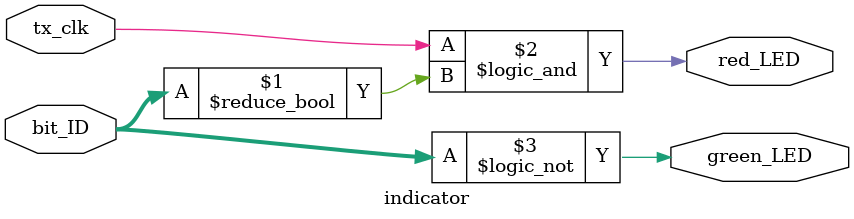
<source format=v>
module indicator (bit_ID, tx_clk, green_LED, red_LED);
	
	input [3:0] bit_ID;
	input tx_clk;
	
	output green_LED, red_LED;
	
	assign red_LED = (tx_clk && (bit_ID != 4'b0000));
	assign green_LED = (bit_ID == 4'b0000);

endmodule
</source>
